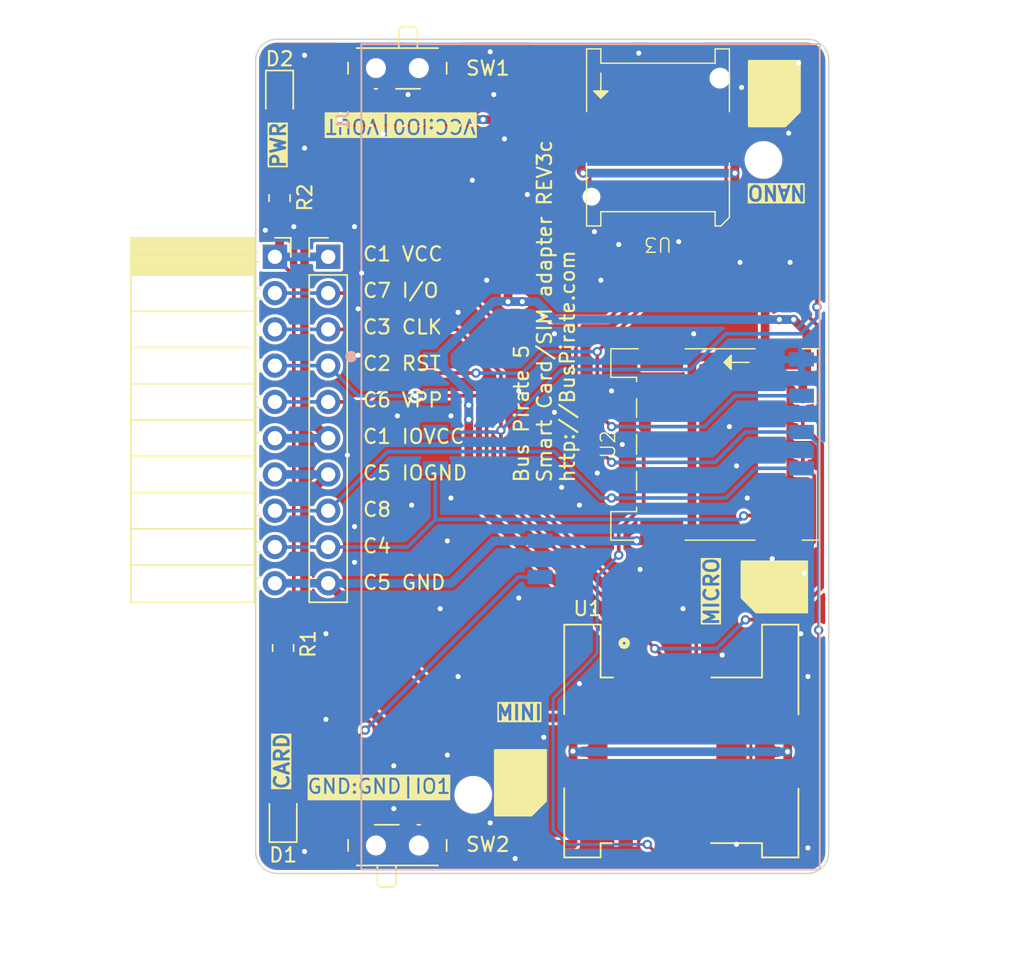
<source format=kicad_pcb>
(kicad_pcb (version 20221018) (generator pcbnew)
  (layers (0 "F.Cu" signal) (31 "B.Cu" signal) (34 "B.Paste" user) (35 "F.Paste" user) (36 "B.SilkS" user "B.Silkscreen") (37 "F.SilkS" user "F.Silkscreen") (38 "B.Mask" user) (39 "F.Mask" user) (44 "Edge.Cuts" user))
  (net 0 "")
  (net 1 "Net-(D1-K)")
  (net 2 "Net-(D1-A)")
  (net 3 "/VCC")
  (net 4 "/RST")
  (net 5 "/CLK")
  (net 6 "/C4")
  (net 7 "/SIM_GND")
  (net 8 "/VPP")
  (net 9 "/I{slash}O")
  (net 10 "/C8")
  (net 11 "GND")
  (net 12 "VOUT")
  (net 13 "Net-(D2-A)")
  (net 14 "VCC_PIN")
  (net 15 "GND_PIN")
  (footprint "LED_SMD:LED_0805_2012Metric" (layer "F.Cu") (at 102 125.66 90)
    (fp_text reference "D1" (at -2.59 0 180) (layer "F.SilkS"))
    (fp_text value "LED" hide)
    (pad "1" smd roundrect (at -0.9375 0 90) (size 0.975 1.4) (layers "F.Cu" "F.Paste" "F.Mask") (net 1 "Net-(D1-K)"))
    (pad "2" smd roundrect (at 0.9375 0 90) (size 0.975 1.4) (layers "F.Cu" "F.Paste" "F.Mask") (net 2 "Net-(D1-A)"))
  )
  (footprint "Connector_PinHeader_2.54mm:PinHeader_1x10_P2.54mm_Vertical" (layer "F.Cu") (at 105.156 86.36)
    (fp_text reference "J3" hide)
    (fp_text value "Conn_01x10" hide)
    (pad "1" thru_hole rect (at 0 0) (size 1.7 1.7) (drill 1) (layers "*.Cu" "*.Mask") (net 12 "VOUT"))
    (pad "2" thru_hole oval (at 0 2.54) (size 1.7 1.7) (drill 1) (layers "*.Cu" "*.Mask") (net 9 "/I{slash}O"))
    (pad "3" thru_hole oval (at 0 5.08) (size 1.7 1.7) (drill 1) (layers "*.Cu" "*.Mask") (net 5 "/CLK"))
    (pad "4" thru_hole oval (at 0 7.62) (size 1.7 1.7) (drill 1) (layers "*.Cu" "*.Mask") (net 4 "/RST"))
    (pad "5" thru_hole oval (at 0 10.16) (size 1.7 1.7) (drill 1) (layers "*.Cu" "*.Mask") (net 8 "/VPP"))
    (pad "6" thru_hole oval (at 0 12.7) (size 1.7 1.7) (drill 1) (layers "*.Cu" "*.Mask") (net 14 "VCC_PIN"))
    (pad "7" thru_hole oval (at 0 15.24) (size 1.7 1.7) (drill 1) (layers "*.Cu" "*.Mask") (net 15 "GND_PIN"))
    (pad "8" thru_hole oval (at 0 17.78) (size 1.7 1.7) (drill 1) (layers "*.Cu" "*.Mask") (net 10 "/C8"))
    (pad "9" thru_hole oval (at 0 20.32) (size 1.7 1.7) (drill 1) (layers "*.Cu" "*.Mask") (net 6 "/C4"))
    (pad "10" thru_hole oval (at 0 22.86) (size 1.7 1.7) (drill 1) (layers "*.Cu" "*.Mask") (net 11 "GND"))
  )
  (footprint "Resistor_SMD:R_0805_2012Metric" (layer "F.Cu") (at 102 113.75 -90)
    (fp_text reference "R1" (at -0.279603 -1.75338 90) (layer "F.SilkS"))
    (fp_text value "2K" hide)
    (pad "1" smd roundrect (at -0.9125 0 270) (size 1.025 1.4) (layers "F.Cu" "F.Paste" "F.Mask") (roundrect_rratio 0.243902439) (net 12 "VOUT"))
    (pad "2" smd roundrect (at 0.9125 0 270) (size 1.025 1.4) (layers "F.Cu" "F.Paste" "F.Mask") (roundrect_rratio 0.243902439) (net 2 "Net-(D1-A)"))
  )
  (footprint "Connector_PinSocket_2.54mm:PinSocket_1x10_P2.54mm_Horizontal" (layer "F.Cu") (at 101.428 86.36)
    (fp_text reference "J2" hide)
    (fp_text value "Conn_01x10" hide)
    (pad "1" thru_hole rect (at 0 0) (size 1.7 1.7) (drill 1) (layers "*.Cu" "*.Mask") (net 12 "VOUT"))
    (pad "2" thru_hole oval (at 0 2.54) (size 1.7 1.7) (drill 1) (layers "*.Cu" "*.Mask") (net 9 "/I{slash}O"))
    (pad "3" thru_hole oval (at 0 5.08) (size 1.7 1.7) (drill 1) (layers "*.Cu" "*.Mask") (net 5 "/CLK"))
    (pad "4" thru_hole oval (at 0 7.62) (size 1.7 1.7) (drill 1) (layers "*.Cu" "*.Mask") (net 4 "/RST"))
    (pad "5" thru_hole oval (at 0 10.16) (size 1.7 1.7) (drill 1) (layers "*.Cu" "*.Mask") (net 8 "/VPP"))
    (pad "6" thru_hole oval (at 0 12.7) (size 1.7 1.7) (drill 1) (layers "*.Cu" "*.Mask") (net 14 "VCC_PIN"))
    (pad "7" thru_hole oval (at 0 15.24) (size 1.7 1.7) (drill 1) (layers "*.Cu" "*.Mask") (net 15 "GND_PIN"))
    (pad "8" thru_hole oval (at 0 17.78) (size 1.7 1.7) (drill 1) (layers "*.Cu" "*.Mask") (net 10 "/C8"))
    (pad "9" thru_hole oval (at 0 20.32) (size 1.7 1.7) (drill 1) (layers "*.Cu" "*.Mask") (net 6 "/C4"))
    (pad "10" thru_hole oval (at 0 22.86) (size 1.7 1.7) (drill 1) (layers "*.Cu" "*.Mask") (net 11 "GND"))
  )
  (footprint "Button_Switch_SMD:SW_SPDT_PCM12" (layer "F.Cu") (at 110 73.475 180)
    (fp_text reference "SW1" (at -6.332 0.323) (layer "F.SilkS"))
    (fp_text value "SW_SPDT")
    (pad "" smd rect (at -3.65 -0.78 180) (size 1 0.8) (layers "F.Cu" "F.Paste" "F.Mask"))
    (pad "" smd rect (at -3.65 1.43 180) (size 1 0.8) (layers "F.Cu" "F.Paste" "F.Mask"))
    (pad "" np_thru_hole circle (at -1.5 0.33 180) (size 0.9 0.9) (drill 0.9) (layers "*.Cu" "*.Mask"))
    (pad "" np_thru_hole circle (at 1.5 0.33 180) (size 0.9 0.9) (drill 0.9) (layers "*.Cu" "*.Mask"))
    (pad "" smd rect (at 3.65 -0.78 180) (size 1 0.8) (layers "F.Cu" "F.Paste" "F.Mask"))
    (pad "" smd rect (at 3.65 1.43 180) (size 1 0.8) (layers "F.Cu" "F.Paste" "F.Mask"))
    (pad "1" smd rect (at -2.25 -1.43 180) (size 0.7 1.5) (layers "F.Cu" "F.Paste" "F.Mask") (net 14 "VCC_PIN"))
    (pad "2" smd rect (at 0.75 -1.43 180) (size 0.7 1.5) (layers "F.Cu" "F.Paste" "F.Mask") (net 3 "/VCC"))
    (pad "3" smd rect (at 2.25 -1.43 180) (size 0.7 1.5) (layers "F.Cu" "F.Paste" "F.Mask") (net 12 "VOUT"))
  )
  (footprint "SIM_CARDS:SIM-0030" (layer "F.Cu") (at 132.25 99.5 90)
    (fp_text reference "U2" (at 0 -7.5 90 unlocked) (layer "F.SilkS") (effects (font (thickness 0.1))))
    (fp_text value "SIM 8P")
    (pad "C1" smd roundrect (at 3.185 6.14 90) (size 0.4 1.05) (layers "F.Cu" "F.Paste" "F.Mask") (roundrect_rratio 0.1) (net 3 "/VCC"))
    (pad "C1" smd roundrect (at 4.435 6.14 90) (size 0.4 1.05) (layers "F.Cu" "F.Paste" "F.Mask") (roundrect_rratio 0.1) (net 3 "/VCC"))
    (pad "C2" smd roundrect (at 0.645 6.14 90) (size 0.4 1.05) (layers "F.Cu" "F.Paste" "F.Mask") (roundrect_rratio 0.1) (net 4 "/RST"))
    (pad "C2" smd roundrect (at 1.895 6.14 90) (size 0.4 1.05) (layers "F.Cu" "F.Paste" "F.Mask") (roundrect_rratio 0.1) (net 4 "/RST"))
    (pad "C3" smd roundrect (at -1.895 6.14 90) (size 0.4 1.05) (layers "F.Cu" "F.Paste" "F.Mask") (roundrect_rratio 0.1) (net 5 "/CLK"))
    (pad "C3" smd roundrect (at -0.645 6.14 90) (size 0.4 1.05) (layers "F.Cu" "F.Paste" "F.Mask") (roundrect_rratio 0.1) (net 5 "/CLK"))
    (pad "C4" smd roundrect (at -4.435 6.14 90) (size 0.4 1.05) (layers "F.Cu" "F.Paste" "F.Mask") (roundrect_rratio 0.1) (net 6 "/C4"))
    (pad "C4" smd roundrect (at -3.185 6.14 90) (size 0.4 1.05) (layers "F.Cu" "F.Paste" "F.Mask") (roundrect_rratio 0.1) (net 6 "/C4"))
    (pad "C5" smd roundrect (at 3.81 -6.14 90) (size 1 1.2) (layers "F.Cu" "F.Paste" "F.Mask") (roundrect_rratio 0.1) (net 7 "/SIM_GND"))
    (pad "C6" smd roundrect (at 1.27 -6.14 90) (size 1 1.2) (layers "F.Cu" "F.Paste" "F.Mask") (roundrect_rratio 0.1) (net 8 "/VPP"))
    (pad "C7" smd roundrect (at -1.27 -6.14 90) (size 1 1.2) (layers "F.Cu" "F.Paste" "F.Mask") (roundrect_rratio 0.1) (net 9 "/I{slash}O"))
    (pad "C8" smd roundrect (at -3.81 -6.14 90) (size 1 1.2) (layers "F.Cu" "F.Paste" "F.Mask") (roundrect_rratio 0.1) (net 10 "/C8"))
    (pad "SH" smd roundrect (at -6.125 -3.74 90) (size 1.75 3) (layers "F.Cu" "F.Paste" "F.Mask") (roundrect_rratio 0.1) (net 11 "GND"))
    (pad "SH" smd roundrect (at -6.125 4.46 90) (size 1.75 3) (layers "F.Cu" "F.Paste" "F.Mask") (roundrect_rratio 0.1) (net 11 "GND"))
    (pad "SH" smd roundrect (at 6.125 -3.74 90) (size 1.75 3) (layers "F.Cu" "F.Paste" "F.Mask") (roundrect_rratio 0.1) (net 11 "GND"))
    (pad "SH" smd roundrect (at 6.125 4.46 90) (size 1.75 3) (layers "F.Cu" "F.Paste" "F.Mask") (roundrect_rratio 0.1) (net 11 "GND"))
    (zone (net 0) (net_name "") (layer "F.Cu") (connect_pads (clearance 0)) (min_thickness 0.25)
      (keepout (tracks not_allowed) (vias not_allowed) (pads not_allowed) (copperpour not_allowed) (footprints allowed))
      (fill (thermal_gap 0.5) (thermal_bridge_width 0.5))
      (polygon (pts (xy 127.75 104) (xy 127.75 95) (xy 130 95) (xy 130 104)))
    )
    (zone (net 0) (net_name "") (layer "F.Cu") (connect_pads (clearance 0)) (min_thickness 0.25)
      (keepout (tracks not_allowed) (vias not_allowed) (pads not_allowed) (copperpour not_allowed) (footprints allowed))
      (fill (thermal_gap 0.5) (thermal_bridge_width 0.5))
      (polygon (pts (xy 135.25 104) (xy 135.25 95) (xy 137.25 95) (xy 137.25 104)))
    )
  )
  (footprint "SIM_CARDS:SIM-0036" (layer "F.Cu") (at 128.25 78 180)
    (fp_text reference "U3" (at 0 -7.5 180 unlocked) (layer "F.SilkS") (effects (font (thickness 0.1))))
    (fp_text value "SIM 6P")
    (pad "" np_thru_hole circle (at -4.34 4.15 180) (size 0.95 0.95) (drill 0.95) (layers "F&B.Cu" "*.Mask"))
    (pad "" np_thru_hole circle (at 4.66 -4.15 180) (size 0.75 0.75) (drill 0.75) (layers "F&B.Cu" "*.Mask"))
    (pad "C1" smd roundrect (at 2.54 5.97 180) (size 0.9 1) (layers "F.Cu" "F.Paste" "F.Mask") (roundrect_rratio 0.1) (net 3 "/VCC"))
    (pad "C2" smd roundrect (at 0 5.97 180) (size 0.9 1) (layers "F.Cu" "F.Paste" "F.Mask") (roundrect_rratio 0.1) (net 4 "/RST"))
    (pad "C3" smd roundrect (at -2.54 5.97 180) (size 0.9 1) (layers "F.Cu" "F.Paste" "F.Mask") (roundrect_rratio 0.1) (net 5 "/CLK"))
    (pad "C5" smd roundrect (at 2.54 -5.98 180) (size 0.9 1) (layers "F.Cu" "F.Paste" "F.Mask") (roundrect_rratio 0.1) (net 7 "/SIM_GND"))
    (pad "C6" smd roundrect (at 0 -5.98 180) (size 0.9 1) (layers "F.Cu" "F.Paste" "F.Mask") (roundrect_rratio 0.1) (net 8 "/VPP"))
    (pad "C7" smd roundrect (at -2.54 -5.98 180) (size 0.9 1) (layers "F.Cu" "F.Paste" "F.Mask") (roundrect_rratio 0.1) (net 9 "/I{slash}O"))
    (pad "SH" smd roundrect (at -5.385 0 180) (size 1 3.29) (layers "F.Cu" "F.Paste" "F.Mask") (roundrect_rratio 0.1) (net 11 "GND"))
    (pad "SH" smd roundrect (at 5.385 0 180) (size 1 3.29) (layers "F.Cu" "F.Paste" "F.Mask") (roundrect_rratio 0.1) (net 11 "GND"))
  )
  (footprint "Button_Switch_SMD:SW_SPDT_PCM12" (layer "F.Cu") (at 110 127.25)
    (fp_text reference "SW2" (at 6.332 0.258) (layer "F.SilkS"))
    (fp_text value "SW_SPDT")
    (pad "" smd rect (at -3.65 -0.78) (size 1 0.8) (layers "F.Cu" "F.Paste" "F.Mask"))
    (pad "" smd rect (at -3.65 1.43) (size 1 0.8) (layers "F.Cu" "F.Paste" "F.Mask"))
    (pad "" np_thru_hole circle (at -1.5 0.33) (size 0.9 0.9) (drill 0.9) (layers "*.Cu" "*.Mask"))
    (pad "" np_thru_hole circle (at 1.5 0.33) (size 0.9 0.9) (drill 0.9) (layers "*.Cu" "*.Mask"))
    (pad "" smd rect (at 3.65 -0.78) (size 1 0.8) (layers "F.Cu" "F.Paste" "F.Mask"))
    (pad "" smd rect (at 3.65 1.43) (size 1 0.8) (layers "F.Cu" "F.Paste" "F.Mask"))
    (pad "1" smd rect (at -2.25 -1.43) (size 0.7 1.5) (layers "F.Cu" "F.Paste" "F.Mask") (net 11 "GND"))
    (pad "2" smd rect (at 0.75 -1.43) (size 0.7 1.5) (layers "F.Cu" "F.Paste" "F.Mask") (net 7 "/SIM_GND"))
    (pad "3" smd rect (at 2.25 -1.43) (size 0.7 1.5) (layers "F.Cu" "F.Paste" "F.Mask") (net 15 "GND_PIN"))
  )
  (footprint "footprints2:DGLZ-SIM-0004" (layer "F.Cu") (at 129.724 120.976)
    (fp_text reference "U1" (at -6.4 -9.98 180) (layer "F.SilkS"))
    (fp_text value "SIM 6P")
    (pad "C1" smd rect (at -3.74 -5.66 180) (size 1 1.5) (layers "F.Cu" "F.Paste" "F.Mask") (net 3 "/VCC"))
    (pad "C2" smd rect (at -1.2 -5.66 180) (size 1 1.5) (layers "F.Cu" "F.Paste" "F.Mask") (net 4 "/RST"))
    (pad "C3" smd rect (at 1.34 -5.66 180) (size 1 1.5) (layers "F.Cu" "F.Paste" "F.Mask") (net 5 "/CLK"))
    (pad "C5" smd rect (at -3.74 6.94 180) (size 1 1.5) (layers "F.Cu" "F.Paste" "F.Mask") (net 7 "/SIM_GND"))
    (pad "C6" smd rect (at -1.2 6.94 180) (size 1 1.5) (layers "F.Cu" "F.Paste" "F.Mask") (net 8 "/VPP"))
    (pad "C7" smd rect (at 1.34 6.94 180) (size 1 1.5) (layers "F.Cu" "F.Paste" "F.Mask") (net 9 "/I{slash}O"))
    (pad "SH" smd rect (at -7.29 -1.31 180) (size 1.5 1.6) (layers "F.Cu" "F.Paste" "F.Mask") (net 11 "GND"))
    (pad "SH" smd rect (at -7.29 1.39 180) (size 1.5 1.6) (layers "F.Cu" "F.Paste" "F.Mask") (net 11 "GND"))
    (pad "SH" smd rect (at 7.61 -1.31 180) (size 1.5 1.6) (layers "F.Cu" "F.Paste" "F.Mask") (net 11 "GND"))
    (pad "SH" smd rect (at 7.61 1.39 180) (size 1.5 1.6) (layers "F.Cu" "F.Paste" "F.Mask") (net 11 "GND"))
    (zone (net 0) (net_name "") (layer "F.Cu") (connect_pads (clearance 0)) (min_thickness 0.127)
      (keepout (tracks not_allowed) (vias not_allowed) (pads not_allowed) (copperpour not_allowed) (footprints allowed))
      (fill (thermal_gap 0.508) (thermal_bridge_width 0.508))
      (polygon (pts (xy 126.484 117.816) (xy 125.484 117.816) (xy 125.484 116.616) (xy 126.484 116.616)))
    )
    (zone (net 0) (net_name "") (layer "F.Cu") (connect_pads (clearance 0)) (min_thickness 0.127)
      (keepout (tracks not_allowed) (vias not_allowed) (pads not_allowed) (copperpour not_allowed) (footprints allowed))
      (fill (thermal_gap 0.508) (thermal_bridge_width 0.508))
      (polygon (pts (xy 126.484 126.616) (xy 125.484 126.616) (xy 125.484 125.416) (xy 126.484 125.416)))
    )
    (zone (net 0) (net_name "") (layer "F.Cu") (connect_pads (clearance 0)) (min_thickness 0.127)
      (keepout (tracks not_allowed) (vias not_allowed) (pads not_allowed) (copperpour not_allowed) (footprints allowed))
      (fill (thermal_gap 0.508) (thermal_bridge_width 0.508))
      (polygon (pts (xy 129.024 117.816) (xy 128.024 117.816) (xy 128.024 116.616) (xy 129.024 116.616)))
    )
    (zone (net 0) (net_name "") (layer "F.Cu") (connect_pads (clearance 0)) (min_thickness 0.127)
      (keepout (tracks not_allowed) (vias not_allowed) (pads not_allowed) (copperpour not_allowed) (footprints allowed))
      (fill (thermal_gap 0.508) (thermal_bridge_width 0.508))
      (polygon (pts (xy 129.024 126.616) (xy 128.024 126.616) (xy 128.024 125.416) (xy 129.024 125.416)))
    )
    (zone (net 0) (net_name "") (layer "F.Cu") (connect_pads (clearance 0)) (min_thickness 0.127)
      (keepout (tracks not_allowed) (vias not_allowed) (pads not_allowed) (copperpour not_allowed) (footprints allowed))
      (fill (thermal_gap 0.508) (thermal_bridge_width 0.508))
      (polygon (pts (xy 131.564 117.816) (xy 130.564 117.816) (xy 130.564 116.616) (xy 131.564 116.616)))
    )
    (zone (net 0) (net_name "") (layer "F.Cu") (connect_pads (clearance 0)) (min_thickness 0.127)
      (keepout (tracks not_allowed) (vias not_allowed) (pads not_allowed) (copperpour not_allowed) (footprints allowed))
      (fill (thermal_gap 0.508) (thermal_bridge_width 0.508))
      (polygon (pts (xy 131.564 126.616) (xy 130.564 126.616) (xy 130.564 125.416) (xy 131.564 125.416)))
    )
  )
  (footprint "Resistor_SMD:R_0805_2012Metric" (layer "F.Cu") (at 101.75 82.25 90)
    (fp_text reference "R2" (at 0.044388 1.777268 90) (layer "F.SilkS"))
    (fp_text value "2K" hide)
    (pad "1" smd roundrect (at -0.9125 0 90) (size 1.025 1.4) (layers "F.Cu" "F.Paste" "F.Mask") (roundrect_rratio 0.243902439) (net 12 "VOUT"))
    (pad "2" smd roundrect (at 0.9125 0 90) (size 1.025 1.4) (layers "F.Cu" "F.Paste" "F.Mask") (roundrect_rratio 0.243902439) (net 13 "Net-(D2-A)"))
  )
  (footprint "LED_SMD:LED_0805_2012Metric" (layer "F.Cu") (at 101.75 75 -90)
    (fp_text reference "D2" (at -2.5 0 -180) (layer "F.SilkS"))
    (fp_text value "LED" hide)
    (pad "1" smd roundrect (at -0.9375 0 270) (size 0.975 1.4) (layers "F.Cu" "F.Paste" "F.Mask") (net 11 "GND"))
    (pad "2" smd roundrect (at 0.9375 0 270) (size 0.975 1.4) (layers "F.Cu" "F.Paste" "F.Mask") (net 13 "Net-(D2-A)"))
  )
  (footprint "footprints:TE_5145300-3" (layer "B.Cu") (at 123.526 100.368 -90)
    (fp_text reference "J1" (at -23.584 17.354 90) (layer "B.SilkS") (effects (font (size 0.800244 0.800244)) (justify mirror)))
    (fp_text value "5145300-3")
    (pad "" np_thru_hole circle (at -20.79 -12.11 270) (size 2.15 2.15) (drill 2.15) (layers "*.Cu" "*.Mask"))
    (pad "" np_thru_hole circle (at 23.66 8.21 270) (size 2.15 2.15) (drill 2.15) (layers "*.Cu" "*.Mask"))
    (pad "C1" smd rect (at -6.82 10.87 180) (size 1.75 1) (layers "B.Cu" "B.Paste" "B.Mask") (net 3 "/VCC"))
    (pad "C2" smd rect (at -4.28 10.87 180) (size 1.75 1) (layers "B.Cu" "B.Paste" "B.Mask") (net 4 "/RST"))
    (pad "C3" smd rect (at -1.74 10.87 180) (size 1.75 1) (layers "B.Cu" "B.Paste" "B.Mask") (net 5 "/CLK"))
    (pad "C4" smd rect (at 0.8 10.87 180) (size 1.75 1) (layers "B.Cu" "B.Paste" "B.Mask") (net 6 "/C4"))
    (pad "C5" smd rect (at -6.82 -14.77 180) (size 1.75 1) (layers "B.Cu" "B.Paste" "B.Mask") (net 7 "/SIM_GND"))
    (pad "C6" smd rect (at -4.28 -14.77 180) (size 1.75 1) (layers "B.Cu" "B.Paste" "B.Mask") (net 8 "/VPP"))
    (pad "C7" smd rect (at -1.74 -14.77 180) (size 1.75 1) (layers "B.Cu" "B.Paste" "B.Mask") (net 9 "/I{slash}O"))
    (pad "C8" smd rect (at 0.8 -14.77 180) (size 1.75 1) (layers "B.Cu" "B.Paste" "B.Mask") (net 10 "/C8"))
    (pad "SW1" smd rect (at 5.88 3.54 180) (size 1.75 1) (layers "B.Cu" "B.Paste" "B.Mask") (net 11 "GND"))
    (pad "SW2" smd rect (at 8.42 3.54 180) (size 1.75 1) (layers "B.Cu" "B.Paste" "B.Mask") (net 1 "Net-(D1-K)"))
  )
  (gr_poly (pts (xy 137.16 77.216) (xy 138.176 76.2) (xy 138.176 72.644) (xy 134.62 72.644) (xy 134.62 77.216)) (stroke (width 0.15)) (fill solid) (layer "F.SilkS"))
  (gr_poly (pts (xy 134.112 110.236) (xy 135.128 111.252) (xy 138.684 111.252) (xy 138.684 107.696) (xy 134.112 107.696)) (stroke (width 0.15)) (fill solid) (layer "F.SilkS"))
  (gr_poly (pts (xy 119.38 125.476) (xy 120.396 124.46) (xy 120.396 120.904) (xy 116.84 120.904) (xy 116.84 125.476)) (stroke (width 0.15)) (fill solid) (layer "F.SilkS"))
  (gr_line (start 100.076 72.610326) (end 100.076 128.014755) (stroke (width 0.1)) (layer "Edge.Cuts"))
  (gr_line (start 140.21 72.643991) (end 140.21 128.050054) (stroke (width 0.1)) (layer "Edge.Cuts"))
  (gr_arc (start 140.21038 128.050054) (mid 139.761911 129.115717) (end 138.686389 129.54) (stroke (width 0.1)) (layer "Edge.Cuts"))
  (gr_arc (start 101.598846 129.538755) (mid 100.521236 129.09238) (end 100.074846 128.014755) (stroke (width 0.1)) (layer "Edge.Cuts"))
  (gr_arc (start 138.720054 71.12038) (mid 139.785717 71.568849) (end 140.21 72.644371) (stroke (width 0.1)) (layer "Edge.Cuts"))
  (gr_line (start 101.599991 71.12038) (end 138.720054 71.12038) (stroke (width 0.1)) (layer "Edge.Cuts"))
  (gr_line (start 138.686389 129.54) (end 101.598846 129.54) (stroke (width 0.1)) (layer "Edge.Cuts"))
  (gr_arc (start 100.076 72.610326) (mid 100.524477 71.54467) (end 101.599991 71.12038) (stroke (width 0.1)) (layer "Edge.Cuts"))
  (gr_text "C4" (at 107.5 107.19444) (layer "F.SilkS") (effects (font (size 1 1)) (justify left bottom)))
  (gr_text "C2 RST" (at 107.5 94.416665) (layer "F.SilkS") (effects (font (size 1 1)) (justify left bottom)))
  (gr_text "C3 CLK" (at 107.5 91.86111) (layer "F.SilkS") (effects (font (size 1 1)) (justify left bottom)))
  (gr_text "MINI" (at 116.84 118.872) (layer "F.SilkS" knockout) (effects (font (size 1 1) (thickness 0.2) bold) (justify left bottom)))
  (gr_text "MICRO" (at 132.588 112.268 90) (layer "F.SilkS" knockout) (effects (font (size 1 1) (thickness 0.2) bold) (justify left bottom)))
  (gr_text "PWR" (at 102.25 80.25 90) (layer "F.SilkS" knockout) (effects (font (size 1 1) (thickness 0.2) bold) (justify left bottom)))
  (gr_text "C5 GND" (at 107.5 109.75) (layer "F.SilkS") (effects (font (size 1 1)) (justify left bottom)))
  (gr_text "C8" (at 107.5 104.638885) (layer "F.SilkS") (effects (font (size 1 1)) (justify left bottom)))
  (gr_text "C1 VCC" (at 107.5 86.75) (layer "F.SilkS") (effects (font (size 1 1)) (justify left bottom)))
  (gr_text "Bus Pirate 5\nSmart Card/SIM adapter REV3c\nhttp://BusPirate.com" (at 122.5 102.25 90) (layer "F.SilkS") (effects (font (size 1 1)) (justify left bottom)))
  (gr_text "C7 I/O" (at 107.5 89.305555) (layer "F.SilkS") (effects (font (size 1 1)) (justify left bottom)))
  (gr_text "GND:GND|IO1" (at 108.712 123.444) (layer "F.SilkS" knockout) (effects (font (size 1 1))))
  (gr_text "VCC:IO0|VOUT" (at 110.236 77.216 180) (layer "F.SilkS" knockout) (effects (font (size 1 1))))
  (gr_text "C1 IOVCC" (at 107.5 99.527775) (layer "F.SilkS") (effects (font (size 1 1)) (justify left bottom)))
  (gr_text "C5 IOGND" (at 107.5 102.08333) (layer "F.SilkS") (effects (font (size 1 1)) (justify left bottom)))
  (gr_text "C6 VPP" (at 107.5 96.97222) (layer "F.SilkS") (effects (font (size 1 1)) (justify left bottom)))
  (gr_text "NANO" (at 138.684 81.28 180) (layer "F.SilkS" knockout) (effects (font (size 1 1) (thickness 0.2) bold) (justify left bottom)))
  (gr_text "CARD" (at 102.5 123.75 90) (layer "F.SilkS" knockout) (effects (font (size 1 1) (thickness 0.2) bold) (justify left bottom)))
  (segment (start 104 123.25) (end 107.75 119.5) (width 0.2032) (layer "F.Cu") (net 1))
  (segment (start 104 125.5) (end 104 123.25) (width 0.2032) (layer "F.Cu") (net 1))
  (segment (start 102.9025 126.5975) (end 104 125.5) (width 0.2032) (layer "F.Cu") (net 1))
  (segment (start 102 126.5975) (end 102.9025 126.5975) (width 0.2032) (layer "F.Cu") (net 1))
  (via (at 107.75 119.5) (size 0.6548) (drill 0.35) (layers "F.Cu" "B.Cu") (net 1))
  (segment (start 118.462 108.788) (end 119.986 108.788) (width 0.254) (layer "B.Cu") (net 1))
  (segment (start 107.75 119.5) (end 118.462 108.788) (width 0.254) (layer "B.Cu") (net 1))
  (segment (start 102 114.6625) (end 102 124.7225) (width 0.254) (layer "F.Cu") (net 2))
  (segment (start 115 103) (end 125.85 113.85) (width 0.6096) (layer "F.Cu") (net 3))
  (segment (start 119.72 72.03) (end 125.71 72.03) (width 0.6096) (layer "F.Cu") (net 3))
  (segment (start 109.25 74.25) (end 110 73.5) (width 0.6096) (layer "F.Cu") (net 3))
  (segment (start 113 73.25) (end 114.75 73.25) (width 0.6096) (layer "F.Cu") (net 3))
  (segment (start 117.75 89.5) (end 117.75 80.75) (width 0.6096) (layer "F.Cu") (net 3))
  (segment (start 112.5048 72.728798) (end 112.5048 72.7548) (width 0.6096) (layer "F.Cu") (net 3))
  (segment (start 138.39 95.065) (end 138.39 96.315) (width 0.6096) (layer "F.Cu") (net 3))
  (segment (start 125.85 115.618) (end 125.984 115.752) (width 0.6096) (layer "F.Cu") (net 3))
  (segment (start 115 97.75) (end 115 96.75) (width 0.6096) (layer "F.Cu") (net 3))
  (segment (start 138.6648 91.6648) (end 138.6648 94.7902) (width 0.6096) (layer "F.Cu") (net 3))
  (segment (start 137.75 90.75) (end 136.75 90.75) (width 0.6096) (layer "F.Cu") (net 3))
  (segment (start 115 97.75) (end 115 103) (width 0.6096) (layer "F.Cu") (net 3))
  (segment (start 117.75 89.5) (end 117.727 89.477) (width 0.6096) (layer "F.Cu") (net 3))
  (segment (start 111.776002 72) (end 112.5048 72.728798) (width 0.6096) (layer "F.Cu") (net 3))
  (segment (start 110.75 72) (end 111.776002 72) (width 0.6096) (layer "F.Cu") (net 3))
  (segment (start 114.75 77.75) (end 114.75 73.25) (width 0.6096) (layer "F.Cu") (net 3))
  (segment (start 138.6648 94.7902) (end 138.39 95.065) (width 0.6096) (layer "F.Cu") (net 3))
  (segment (start 109.25 74.905) (end 109.25 74.25) (width 0.6096) (layer "F.Cu") (net 3))
  (segment (start 114.75 73.25) (end 118.5 73.25) (width 0.6096) (layer "F.Cu") (net 3))
  (segment (start 117.75 89.5) (end 118.75 89.5) (width 0.6096) (layer "F.Cu") (net 3))
  (segment (start 125.85 113.85) (end 125.85 115.618) (width 0.6096) (layer "F.Cu") (net 3))
  (segment (start 137.75 90.75) (end 138.6648 91.6648) (width 0.6096) (layer "F.Cu") (net 3))
  (segment (start 110 73.5) (end 110 72.75) (width 0.6096) (layer "F.Cu") (net 3))
  (segment (start 117.75 80.75) (end 114.75 77.75) (width 0.6096) (layer "F.Cu") (net 3))
  (segment (start 118.5 73.25) (end 119.72 72.03) (width 0.6096) (layer "F.Cu") (net 3))
  (segment (start 110 72.75) (end 110.75 72) (width 0.6096) (layer "F.Cu") (net 3))
  (segment (start 112.5048 72.7548) (end 113 73.25) (width 0.6096) (layer "F.Cu") (net 3))
  (via (at 136.75 90.75) (size 0.6548) (drill 0.35) (layers "F.Cu" "B.Cu") (net 3))
  (via (at 118.75 89.5) (size 0.6548) (drill 0.35) (layers "F.Cu" "B.Cu") (net 3))
  (via (at 117.75 89.5) (size 0.6548) (drill 0.35) (layers "F.Cu" "B.Cu") (net 3))
  (via (at 115 97.75) (size 0.6548) (drill 0.35) (layers "F.Cu" "B.Cu") (net 3))
  (via (at 137.75 90.75) (size 0.6548) (drill 0.35) (layers "F.Cu" "B.Cu") (net 3))
  (via (at 115 96.75) (size 0.6548) (drill 0.35) (layers "F.Cu" "B.Cu") (net 3))
  (segment (start 117.75 89.5) (end 118.75 89.5) (width 0.6096) (layer "B.Cu") (net 3))
  (segment (start 115 96.75) (end 115 95.892) (width 0.6096) (layer "B.Cu") (net 3))
  (segment (start 116.727 89.477) (end 117.727 89.477) (width 0.6096) (layer "B.Cu") (net 3))
  (segment (start 119.75 89.5) (end 118.75 89.5) (width 0.6096) (layer "B.Cu") (net 3))
  (segment (start 117.727 89.477) (end 117.75 89.5) (width 0.6096) (layer "B.Cu") (net 3))
  (segment (start 137.75 90.75) (end 136.75 90.75) (width 0.6096) (layer "B.Cu") (net 3))
  (segment (start 115 97.75) (end 115 96.75) (width 0.6096) (layer "B.Cu") (net 3))
  (segment (start 115 95.892) (end 112.656 93.548) (width 0.6096) (layer "B.Cu") (net 3))
  (segment (start 116.727 89.477) (end 112.656 93.548) (width 0.6096) (layer "B.Cu") (net 3))
  (segment (start 121 90.75) (end 119.75 89.5) (width 0.6096) (layer "B.Cu") (net 3))
  (segment (start 136.75 90.75) (end 121 90.75) (width 0.6096) (layer "B.Cu") (net 3))
  (segment (start 128.39 114.14) (end 128.39 115.618) (width 0.254) (layer "F.Cu") (net 4))
  (segment (start 128.016 113.792) (end 128.042 113.792) (width 0.254) (layer "F.Cu") (net 4))
  (segment (start 137.49 111.76) (end 134.396632 111.76) (width 0.254) (layer "F.Cu") (net 4))
  (segment (start 139.497 91.25) (end 139.497 97.003) (width 0.254) (layer "F.Cu") (net 4))
  (segment (start 116.25 96.75) (end 116.25 102) (width 0.254) (layer "F.Cu") (net 4))
  (segment (start 138.39 98.855) (end 139.105 98.855) (width 0.254) (layer "F.Cu") (net 4))
  (segment (start 138.895 97.605) (end 138.39 97.605) (width 0.254) (layer "F.Cu") (net 4))
  (segment (start 129.12 72.9) (end 134.4 72.9) (width 0.254) (layer "F.Cu") (net 4))
  (segment (start 128.25 72.03) (end 129.12 72.9) (width 0.254) (layer "F.Cu") (net 4))
  (segment (start 128.042 113.792) (end 128.39 114.14) (width 0.254) (layer "F.Cu") (net 4))
  (segment (start 128.016 113.766) (end 128.016 113.792) (width 0.254) (layer "F.Cu") (net 4))
  (segment (start 116.25 102) (end 128.016 113.766) (width 0.254) (layer "F.Cu") (net 4))
  (segment (start 139.75 109.5) (end 137.49 111.76) (width 0.254) (layer "F.Cu") (net 4))
  (segment (start 139.105 98.855) (end 139.75 99.5) (width 0.254) (layer "F.Cu") (net 4))
  (segment (start 139.75 99.5) (end 139.75 109.5) (width 0.254) (layer "F.Cu") (net 4))
  (segment (start 115.588 96.088) (end 116.25 96.75) (width 0.254) (layer "F.Cu") (net 4))
  (segment (start 138.662 77.162) (end 138.662 90.415) (width 0.254) (layer "F.Cu") (net 4))
  (segment (start 139.497 97.003) (end 138.895 97.605) (width 0.254) (layer "F.Cu") (net 4))
  (segment (start 128.39 115.618) (end 128.524 115.752) (width 0.254) (layer "F.Cu") (net 4))
  (segment (start 138.662 90.415) (end 139.497 91.25) (width 0.254) (layer "F.Cu") (net 4))
  (segment (start 111.25 96.088) (end 115.588 96.088) (width 0.254) (layer "F.Cu") (net 4))
  (segment (start 134.396632 111.76) (end 134.37684 111.779792) (width 0.254) (layer "F.Cu") (net 4))
  (segment (start 134.4 72.9) (end 138.662 77.162) (width 0.254) (layer "F.Cu") (net 4))
  (segment (start 138.39 97.605) (end 138.39 98.855) (width 0.254) (layer "F.Cu") (net 4))
  (via (at 111.25 96.088) (size 0.6548) (drill 0.35) (layers "F.Cu" "B.Cu") (net 4))
  (via (at 128.016 113.792) (size 0.6548) (drill 0.35) (layers "F.Cu" "B.Cu") (net 4))
  (via (at 134.37684 111.779792) (size 0.6548) (drill 0.35) (layers "F.Cu" "B.Cu") (net 4))
  (segment (start 107.264 96.088) (end 105.156 93.98) (width 0.254) (layer "B.Cu") (net 4))
  (segment (start 134.365457 111.779792) (end 134.37684 111.779792) (width 0.254) (layer "B.Cu") (net 4))
  (segment (start 111.25 96.088) (end 107.264 96.088) (width 0.254) (layer "B.Cu") (net 4))
  (segment (start 112.656 96.088) (end 111.25 96.088) (width 0.254) (layer "B.Cu") (net 4))
  (segment (start 134.37684 111.779792) (end 134.37684 111.768409) (width 0.254) (layer "B.Cu") (net 4))
  (segment (start 132.353249 113.792) (end 134.365457 111.779792) (width 0.254) (layer "B.Cu") (net 4))
  (segment (start 101.428 93.98) (end 105.156 93.98) (width 0.254) (layer "B.Cu") (net 4))
  (segment (start 128.016 113.792) (end 132.353249 113.792) (width 0.254) (layer "B.Cu") (net 4))
  (segment (start 130.79 72.03) (end 134.78 72.03) (width 0.254) (layer "F.Cu") (net 5))
  (segment (start 117.25 98.506) (end 117.25 101.25) (width 0.254) (layer "F.Cu") (net 5))
  (segment (start 117.25 94.5) (end 114.19 91.44) (width 0.254) (layer "F.Cu") (net 5))
  (segment (start 114.19 91.44) (end 105.156 91.44) (width 0.254) (layer "F.Cu") (net 5))
  (segment (start 135.18 110.32) (end 139.192 106.308) (width 0.254) (layer "F.Cu") (net 5))
  (segment (start 138.895 101.395) (end 138.39 101.395) (width 0.254) (layer "F.Cu") (net 5))
  (segment (start 139.192 106.308) (end 139.192 101.692) (width 0.254) (layer "F.Cu") (net 5))
  (segment (start 134.78 72.03) (end 139.375 76.625) (width 0.254) (layer "F.Cu") (net 5))
  (segment (start 117.25 98.506) (end 117.25 94.5) (width 0.254) (layer "F.Cu") (net 5))
  (segment (start 139.192 101.692) (end 138.895 101.395) (width 0.254) (layer "F.Cu") (net 5))
  (segment (start 130.93 110.32) (end 130.93 115.69) (width 0.254) (layer "F.Cu") (net 5))
  (segment (start 138.39 100.145) (end 138.39 101.395) (width 0.254) (layer "F.Cu") (net 5))
  (segment (start 126.32 110.32) (end 130.93 110.32) (width 0.254) (layer "F.Cu") (net 5))
  (segment (start 130.93 110.32) (end 135.18 110.32) (width 0.254) (layer "F.Cu") (net 5))
  (segment (start 130.93 115.69) (end 131.064 115.824) (width 0.254) (layer "F.Cu") (net 5))
  (segment (start 139.375 76.625) (end 139.375 89.875) (width 0.254) (layer "F.Cu") (net 5))
  (segment (start 117.25 101.25) (end 126.32 110.32) (width 0.254) (layer "F.Cu") (net 5))
  (via (at 117.25 98.506) (size 0.6548) (drill 0.35) (layers "F.Cu" "B.Cu") (net 5))
  (via (at 139.375 89.875) (size 0.6548) (drill 0.35) (layers "F.Cu" "B.Cu") (net 5))
  (segment (start 130.5 94.25) (end 121.506 94.25) (width 0.254) (layer "B.Cu") (net 5))
  (segment (start 117.128 98.628) (end 117.25 98.506) (width 0.254) (layer "B.Cu") (net 5))
  (segment (start 138.25 91.75) (end 133 91.75) (width 0.254) (layer "B.Cu") (net 5))
  (segment (start 101.428 91.44) (end 105.156 91.44) (width 0.254) (layer "B.Cu") (net 5))
  (segment (start 112.656 98.628) (end 117.128 98.628) (width 0.254) (layer "B.Cu") (net 5))
  (segment (start 139.375 90.625) (end 138.25 91.75) (width 0.254) (layer "B.Cu") (net 5))
  (segment (start 133 91.75) (end 130.5 94.25) (width 0.254) (layer "B.Cu") (net 5))
  (segment (start 121.506 94.25) (end 117.25 98.506) (width 0.254) (layer "B.Cu") (net 5))
  (segment (start 139.375 89.875) (end 139.375 90.625) (width 0.254) (layer "B.Cu") (net 5))
  (segment (start 138.39 102.685) (end 138.39 103.935) (width 0.254) (layer "F.Cu") (net 6))
  (segment (start 138.065 103.935) (end 138.39 103.935) (width 0.254) (layer "F.Cu") (net 6))
  (segment (start 134.277 104.473) (end 137.527 104.473) (width 0.254) (layer "F.Cu") (net 6))
  (segment (start 134.25 104.5) (end 134.277 104.473) (width 0.254) (layer "F.Cu") (net 6))
  (segment (start 137.527 104.473) (end 138.065 103.935) (width 0.254) (layer "F.Cu") (net 6))
  (via (at 134.25 104.5) (size 0.6548) (drill 0.35) (layers "F.Cu" "B.Cu") (net 6))
  (segment (start 134.25 104.5) (end 134 104.75) (width 0.254) (layer "B.Cu") (net 6))
  (segment (start 110.726 106.68) (end 105.156 106.68) (width 0.254) (layer "B.Cu") (net 6))
  (segment (start 101.428 106.68) (end 105.156 106.68) (width 0.254) (layer "B.Cu") (net 6))
  (segment (start 134 104.75) (end 112.656 104.75) (width 0.254) (layer "B.Cu") (net 6))
  (segment (start 112.656 101.168) (end 112.656 104.75) (width 0.254) (layer "B.Cu") (net 6))
  (segment (start 112.656 104.75) (end 110.726 106.68) (width 0.254) (layer "B.Cu") (net 6))
  (segment (start 125.06 95.69) (end 125 95.75) (width 0.254) (layer "F.Cu") (net 7))
  (segment (start 126.11 95.69) (end 125.06 95.69) (width 0.254) (layer "F.Cu") (net 7))
  (via (at 105 112.75) (size 0.6548) (drill 0.35) (layers "F.Cu" "B.Cu") (net 7))
  (via (at 107.25 90) (size 0.6548) (drill 0.35) (layers "F.Cu" "B.Cu") (net 7))
  (via (at 107 84.25) (size 0.6548) (drill 0.35) (layers "F.Cu" "B.Cu") (net 7))
  (via (at 113.75 103.25) (size 0.6548) (drill 0.35) (layers "F.Cu" "B.Cu") (net 7))
  (via (at 124.25 88) (size 0.6548) (drill 0.35) (layers "F.Cu" "B.Cu") (net 7))
  (via (at 124 101.5) (size 0.6548) (drill 0.35) (layers "F.Cu" "B.Cu") (net 7))
  (via (at 137.5 86.75) (size 0.6548) (drill 0.35) (layers "F.Cu" "B.Cu") (net 7))
  (via (at 109 77.75) (size 0.6548) (drill 0.35) (layers "F.Cu" "B.Cu") (net 7))
  (via (at 113.5 106.25) (size 0.6548) (drill 0.35) (layers "F.Cu" "B.Cu") (net 7))
  (via (at 121 97.25) (size 0.6548) (drill 0.35) (layers "F.Cu" "B.Cu") (net 7))
  (via (at 110.75 75) (size 0.6548) (drill 0.35) (layers "F.Cu" "B.Cu") (net 7))
  (via (at 138.25 112.75) (size 0.6548) (drill 0.35) (layers "F.Cu" "B.Cu") (net 7))
  (via (at 127 108.25) (size 0.6548) (drill 0.35) (layers "F.Cu" "B.Cu") (net 7))
  (via (at 103.5 72.25) (size 0.6548) (drill 0.35) (layers "F.Cu" "B.Cu") (net 7))
  (via (at 134.1 74.5) (size 0.6548) (drill 0.35) (layers "F.Cu" "B.Cu") (net 7))
  (via (at 122.75 103.75) (size 0.6548) (drill 0.35) (layers "F.Cu" "B.Cu") (net 7))
  (via (at 129.7 85.3) (size 0.6548) (drill 0.35) (layers "F.Cu" "B.Cu") (net 7))
  (via (at 138.1 72.8) (size 0.6548) (drill 0.35) (layers "F.Cu" "B.Cu") (net 7))
  (via (at 106.5 100.25) (size 0.6548) (drill 0.35) (layers "F.Cu" "B.Cu") (net 7))
  (via (at 125.5 85.5) (size 0.6548) (drill 0.35) (layers "F.Cu" "B.Cu") (net 7))
  (via (at 111 103.75) (size 0.6548) (drill 0.35) (layers "F.Cu" "B.Cu") (net 7))
  (via (at 120.25 120) (size 0.6548) (drill 0.35) (layers "F.Cu" "B.Cu") (net 7))
  (via (at 117.5 78.1) (size 0.6548) (drill 0.35) (layers "F.Cu" "B.Cu") (net 7))
  (via (at 138.75 115.75) (size 0.6548) (drill 0.35) (layers "F.Cu" "B.Cu") (net 7))
  (via (at 116.75 75) (size 0.6548) (drill 0.35) (layers "F.Cu" "B.Cu") (net 7))
  (via (at 130 111) (size 0.6548) (drill 0.35) (layers "F.Cu" "B.Cu") (net 7))
  (via (at 100.75 84.5) (size 0.6548) (drill 0.35) (layers "F.Cu" "B.Cu") (net 7))
  (via (at 110 97.5) (size 0.6548) (drill 0.35) (layers "F.Cu" "B.Cu") (net 7))
  (via (at 107.5 87.5) (size 0.6548) (drill 0.35) (layers "F.Cu" "B.Cu") (net 7))
  (via (at 116.25 88) (size 0.6548) (drill 0.35) (layers "F.Cu" "B.Cu") (net 7))
  (via (at 122.75 116.25) (size 0.6548) (drill 0.35) (layers "F.Cu" "B.Cu") (net 7))
  (via (at 105 118.75) (size 0.6548) (drill 0.35) (layers "F.Cu" "B.Cu") (net 7))
  (via (at 114.25 90.25) (size 0.6548) (drill 0.35) (layers "F.Cu" "B.Cu") (net 7))
  (via (at 109.75 122) (size 0.6548) (drill 0.35) (layers "F.Cu" "B.Cu") (net 7))
  (via (at 123.8 84.6) (size 0.6548) (drill 0.35) (layers "F.Cu" "B.Cu") (net 7))
  (via (at 116.5 126) (size 0.6548) (drill 0.35) (layers "F.Cu" "B.Cu") (net 7))
  (via (at 137.4 77.7) (size 0.6548) (drill 0.35) (layers "F.Cu" "B.Cu") (net 7))
  (via (at 113.75 97.5) (size 0.6548) (drill 0.35) (layers "F.Cu" "B.Cu") (net 7))
  (via (at 118.5 110.25) (size 0.6548) (drill 0.35) (layers "F.Cu" "B.Cu") (net 7))
  (via (at 136.25 107.5) (size 0.6548) (drill 0.35) (layers "F.Cu" "B.Cu") (net 7))
  (via (at 107 107.75) (size 0.6548) (drill 0.35) (layers "F.Cu" "B.Cu") (net 7))
  (via (at 121 91.75) (size 0.6548) (drill 0.35) (layers "F.Cu" "B.Cu") (net 7))
  (via (at 109.75 125) (size 0.6548) (drill 0.35) (layers "F.Cu" "B.Cu") (net 7))
  (via (at 133.75 101) (size 0.6548) (drill 0.35) (layers "F.Cu" "B.Cu") (net 7))
  (via (at 103.5 128) (size 0.6548) (drill 0.35) (layers "F.Cu" "B.Cu") (net 7))
  (via (at 119.1 82) (size 0.6548) (drill 0.35) (layers "F.Cu" "B.Cu") (net 7))
  (via (at 132.75 114.25) (size 0.6548) (drill 0.35) (layers "F.Cu" "B.Cu") (net 7))
  (via (at 116.5 72) (size 0.6548) (drill 0.35) (layers "F.Cu" "B.Cu") (net 7))
  (via (at 134 86.75) (size 0.6548) (drill 0.35) (layers "F.Cu" "B.Cu") (net 7))
  (via (at 102.75 84.25) (size 0.6548) (drill 0.35) (layers "F.Cu" "B.Cu") (net 7))
  (via (at 126.9 72.1) (size 0.6548) (drill 0.35) (layers "F.Cu" "B.Cu") (net 7))
  (via (at 130.75 91.75) (size 0.6548) (drill 0.35) (layers "F.Cu" "B.Cu") (net 7))
  (via (at 118.25 128.5) (size 0.6548) (drill 0.35) (layers "F.Cu" "B.Cu") (net 7))
  (via (at 103.5 78.75) (size 0.6548) (drill 0.35) (layers "F.Cu" "B.Cu") (net 7))
  (via (at 107.25 93.25) (size 0.6548) (drill 0.35) (layers "F.Cu" "B.Cu") (net 7))
  (via (at 125.75 99.5) (size 0.6548) (drill 0.35) (layers "F.Cu" "B.Cu") (net 7))
  (via (at 133.75 127.5) (size 0.6548) (drill 0.35) (layers "F.Cu" "B.Cu") (net 7))
  (via (at 114.25 115.75) (size 0.6548) (drill 0.35) (layers "F.Cu" "B.Cu") (net 7))
  (via (at 125 95.75) (size 0.6548) (drill 0.35) (layers "F.Cu" "B.Cu") (net 7))
  (via (at 134.5 103.25) (size 0.6548) (drill 0.35) (layers "F.Cu" "B.Cu") (net 7))
  (via (at 133.25 98.25) (size 0.6548) (drill 0.35) (layers "F.Cu" "B.Cu") (net 7))
  (via (at 138.5 108.5) (size 0.6548) (drill 0.35) (layers "F.Cu" "B.Cu") (net 7))
  (via (at 107 105.25) (size 0.6548) (drill 0.35) (layers "F.Cu" "B.Cu") (net 7))
  (via (at 113.5 121.25) (size 0.6548) (drill 0.35) (layers "F.Cu" "B.Cu") (net 7))
  (via (at 115.25 81) (size 0.6548) (drill 0.35) (layers "F.Cu" "B.Cu") (net 7))
  (via (at 121.5 102.5) (size 0.6548) (drill 0.35) (layers "F.Cu" "B.Cu") (net 7))
  (via (at 118.5 95.75) (size 0.6548) (drill 0.35) (layers "F.Cu" "B.Cu") (net 7))
  (via (at 113 111) (size 0.6548) (drill 0.35) (layers "F.Cu" "B.Cu") (net 7))
  (via (at 138.75 127.75) (size 0.6548) (drill 0.35) (layers "F.Cu" "B.Cu") (net 7))
  (segment (start 133.202 93.548) (end 138.296 93.548) (width 0.254) (layer "B.Cu") (net 7))
  (segment (start 131 95.75) (end 133.202 93.548) (width 0.254) (layer "B.Cu") (net 7))
  (segment (start 125 95.75) (end 131 95.75) (width 0.254) (layer "B.Cu") (net 7))
  (segment (start 128.25 88.75) (end 128.25 83.98) (width 0.254) (layer "F.Cu") (net 8))
  (segment (start 127.25 99.25) (end 126.23 98.23) (width 0.254) (layer "F.Cu") (net 8))
  (segment (start 125.02 98.23) (end 125 98.25) (width 0.254) (layer "F.Cu") (net 8))
  (segment (start 127.916 127.916) (end 127.762 127.762) (width 0.2032) (layer "F.Cu") (net 8))
  (segment (start 125.5 105.5) (end 127.25 103.75) (width 0.254) (layer "F.Cu") (net 8))
  (segment (start 127.762 127.762) (end 127.508 127.508) (width 0.2032) (layer "F.Cu") (net 8))
  (segment (start 109.75 94.5) (end 115.5 94.5) (width 0.254) (layer "F.Cu") (net 8))
  (segment (start 105.156 96.52) (end 107.73 96.52) (width 0.254) (layer "F.Cu") (net 8))
  (segment (start 124 97.25) (end 125 98.25) (width 0.254) (layer "F.Cu") (net 8))
  (segment (start 107.73 96.52) (end 109.75 94.5) (width 0.254) (layer "F.Cu") (net 8))
  (segment (start 126.11 98.23) (end 125.02 98.23) (width 0.254) (layer "F.Cu") (net 8))
  (segment (start 128.524 127.916) (end 127.916 127.916) (width 0.2032) (layer "F.Cu") (net 8))
  (segment (start 126.23 98.23) (end 126.11 98.23) (width 0.254) (layer "F.Cu") (net 8))
  (segment (start 127.25 103.75) (end 127.25 99.25) (width 0.254) (layer "F.Cu") (net 8))
  (segment (start 125.5 107.25) (end 125.5 105.5) (width 0.254) (layer "F.Cu") (net 8))
  (segment (start 124 93) (end 124 97.25) (width 0.254) (layer "F.Cu") (net 8))
  (segment (start 124 93) (end 128.25 88.75) (width 0.254) (layer "F.Cu") (net 8))
  (via (at 125 98.25) (size 0.6548) (drill 0.35) (layers "F.Cu" "B.Cu") (net 8))
  (via (at 125.5 107.25) (size 0.6548) (drill 0.35) (layers "F.Cu" "B.Cu") (net 8))
  (via (at 127.508 127.508) (size 0.6548) (drill 0.35) (layers "F.Cu" "B.Cu") (net 8))
  (via (at 115.5 94.5) (size 0.6548) (drill 0.35) (layers "F.Cu" "B.Cu") (net 8))
  (via (at 124 93) (size 0.6548) (drill 0.35) (layers "F.Cu" "B.Cu") (net 8))
  (segment (start 121.92 127.508) (end 120.904 126.492) (width 0.2032) (layer "B.Cu") (net 8))
  (segment (start 127.508 127.508) (end 121.92 127.508) (width 0.2032) (layer "B.Cu") (net 8))
  (segment (start 123.994941 114.085005) (end 124 108.75) (width 0.2032) (layer "B.Cu") (net 8))
  (segment (start 123.43117 114.75) (end 123.994941 114.085005) (width 0.2032) (layer "B.Cu") (net 8))
  (segment (start 133.662 96.088) (end 138.296 96.088) (width 0.254) (layer "B.Cu") (net 8))
  (segment (start 118.75 94.5) (end 120.25 93) (width 0.254) (layer "B.Cu") (net 8))
  (segment (start 124 108.75) (end 125.5 107.25) (width 0.2032) (layer "B.Cu") (net 8))
  (segment (start 120.25 93) (end 124 93) (width 0.254) (layer "B.Cu") (net 8))
  (segment (start 131.5 98.25) (end 133.662 96.088) (width 0.254) (layer "B.Cu") (net 8))
  (segment (start 120.904 126.492) (end 120.904 117.27717) (width 0.2032) (layer "B.Cu") (net 8))
  (segment (start 125 98.25) (end 131.5 98.25) (width 0.254) (layer "B.Cu") (net 8))
  (segment (start 101.428 96.52) (end 105.156 96.52) (width 0.254) (layer "B.Cu") (net 8))
  (segment (start 115.5 94.5) (end 118.75 94.5) (width 0.254) (layer "B.Cu") (net 8))
  (segment (start 120.904 117.27717) (end 123.43117 114.75) (width 0.2032) (layer "B.Cu") (net 8))
  (segment (start 134.75 118) (end 134.75 125.346) (width 0.2032) (layer "F.Cu") (net 9))
  (segment (start 139.5 113.25) (end 134.75 118) (width 0.2032) (layer "F.Cu") (net 9))
  (segment (start 130.73 83.98) (end 130.79 83.98) (width 0.254) (layer "F.Cu") (net 9))
  (segment (start 122.5 98.25) (end 122.5 90.75) (width 0.254) (layer "F.Cu") (net 9))
  (segment (start 132.18 127.916) (end 131.064 127.916) (width 0.2032) (layer "F.Cu") (net 9))
  (segment (start 129.75 83) (end 130.73 83.98) (width 0.254) (layer "F.Cu") (net 9))
  (segment (start 127.25 88.25) (end 127.25 83.5) (width 0.254) (layer "F.Cu") (net 9))
  (segment (start 125 100.75) (end 122.5 98.25) (width 0.254) (layer "F.Cu") (net 9))
  (segment (start 122.5 90.75) (end 116.75 90.75) (width 0.254) (layer "F.Cu") (net 9))
  (segment (start 114.9 88.9) (end 105.156 88.9) (width 0.254) (layer "F.Cu") (net 9))
  (segment (start 134.75 125.346) (end 132.18 127.916) (width 0.2032) (layer "F.Cu") (net 9))
  (segment (start 122.5 90.75) (end 124.75 90.75) (width 0.254) (layer "F.Cu") (net 9))
  (segment (start 125.02 100.77) (end 125 100.75) (width 0.254) (layer "F.Cu") (net 9))
  (segment (start 139.5 112.5) (end 139.5 113.25) (width 0.2032) (layer "F.Cu") (net 9))
  (segment (start 124.75 90.75) (end 127.25 88.25) (width 0.254) (layer "F.Cu") (net 9))
  (segment (start 126.11 100.77) (end 125.02 100.77) (width 0.254) (layer "F.Cu") (net 9))
  (segment (start 127.75 83) (end 129.75 83) (width 0.254) (layer "F.Cu") (net 9))
  (segment (start 127.25 83.5) (end 127.75 83) (width 0.254) (layer "F.Cu") (net 9))
  (segment (start 116.75 90.75) (end 114.9 88.9) (width 0.254) (layer "F.Cu") (net 9))
  (via (at 125 100.75) (size 0.6548) (drill 0.35) (layers "F.Cu" "B.Cu") (net 9))
  (via (at 139.5 112.5) (size 0.6548) (drill 0.35) (layers "F.Cu" "B.Cu") (net 9))
  (segment (start 132.25 100.75) (end 134.372 98.628) (width 0.254) (layer "B.Cu") (net 9))
  (segment (start 138.628 98.628) (end 138.296 98.628) (width 0.254) (layer "B.Cu") (net 9))
  (segment (start 101.428 88.9) (end 105.156 88.9) (width 0.254) (layer "B.Cu") (net 9))
  (segment (start 134.372 98.628) (end 138.296 98.628) (width 0.254) (layer "B.Cu") (net 9))
  (segment (start 139.5 109.25) (end 139.5 99.5) (width 0.254) (layer "B.Cu") (net 9))
  (segment (start 139.5 112.5) (end 139.5 109.25) (width 0.2032) (layer "B.Cu") (net 9))
  (segment (start 125 100.75) (end 132.25 100.75) (width 0.254) (layer "B.Cu") (net 9))
  (segment (start 139.5 99.5) (end 138.628 98.628) (width 0.254) (layer "B.Cu") (net 9))
  (segment (start 126.11 103.31) (end 125.06 103.31) (width 0.254) (layer "F.Cu") (net 10))
  (segment (start 125.06 103.31) (end 125 103.25) (width 0.254) (layer "F.Cu") (net 10))
  (via (at 125 103.25) (size 0.6548) (drill 0.35) (layers "F.Cu" "B.Cu") (net 10))
  (segment (start 124.25 103.25) (end 125 103.25) (width 0.254) (layer "B.Cu") (net 10))
  (segment (start 109.296 100) (end 121 100) (width 0.254) (layer "B.Cu") (net 10))
  (segment (start 105.156 104.14) (end 109.296 100) (width 0.254) (layer "B.Cu") (net 10))
  (segment (start 101.428 104.14) (end 105.156 104.14) (width 0.254) (layer "B.Cu") (net 10))
  (segment (start 121 100) (end 124.25 103.25) (width 0.254) (layer "B.Cu") (net 10))
  (segment (start 125 103.25) (end 133 103.25) (width 0.254) (layer "B.Cu") (net 10))
  (segment (start 135.082 101.168) (end 138.296 101.168) (width 0.254) (layer "B.Cu") (net 10))
  (segment (start 133 103.25) (end 135.082 101.168) (width 0.254) (layer "B.Cu") (net 10))
  (segment (start 136.71 93.375) (end 135.375 93.375) (width 0.6096) (layer "F.Cu") (net 11))
  (segment (start 122.283365 127.5) (end 122.3 127.5) (width 0.6096) (layer "F.Cu") (net 11))
  (segment (start 137.318493 121.015084) (end 137.334 120.999577) (width 0.6096) (layer "F.Cu") (net 11))
  (segment (start 116 76.75) (end 119.75 76.75) (width 0.6096) (layer "F.Cu") (net 11))
  (segment (start 127.885 106.25) (end 128.51 105.625) (width 0.6096) (layer "F.Cu") (net 11))
  (segment (start 130.625 93.375) (end 128.51 93.375) (width 0.6096) (layer "F.Cu") (net 11))
  (segment (start 137.16 122.54) (end 137.334 122.366) (width 0.6096) (layer "F.Cu") (net 11))
  (segment (start 109.07 125.82) (end 109.75 126.5) (width 0.6096) (layer "F.Cu") (net 11))
  (segment (start 130.625 105.5) (end 130.625 93.375) (width 0.6096) (layer "F.Cu") (net 11))
  (segment (start 109.75 127.75) (end 110.75 128.75) (width 0.6096) (layer "F.Cu") (net 11))
  (segment (start 121 78) (end 122.865 78) (width 0.6096) (layer "F.Cu") (net 11))
  (segment (start 107.75 125.82) (end 109.07 125.82) (width 0.6096) (layer "F.Cu") (net 11))
  (segment (start 131.25 105.625) (end 136.71 105.625) (width 0.6096) (layer "F.Cu") (net 11))
  (segment (start 122.865 78) (end 122.865 80.365) (width 0.6096) (layer "F.Cu") (net 11))
  (segment (start 122.3 120.982756) (end 122.297054 120.97981) (width 0.6096) (layer "F.Cu") (net 11))
  (segment (start 130.75 105.625) (end 130.625 105.5) (width 0.6096) (layer "F.Cu") (net 11))
  (segment (start 114.586 118.65) (end 105.156 109.22) (width 0.6096) (layer "F.Cu") (net 11))
  (segment (start 109.75 126.5) (end 109.75 127.75) (width 0.6096) (layer "F.Cu") (net 11))
  (segment (start 133.635 80.5) (end 133.635 78) (width 0.6096) (layer "F.Cu") (net 11))
  (segment (start 137.334 120.999577) (end 137.334 119.666) (width 0.6096) (layer "F.Cu") (net 11))
  (segment (start 122.190513 127.5) (end 122.236939 127.453574) (width 0.6096) (layer "F.Cu") (net 11))
  (segment (start 122.3 121.45) (end 122.3 120.982756) (width 0.6096) (layer "F.Cu") (net 11))
  (segment (start 119.75 76.75) (end 121 78) (width 0.6096) (layer "F.Cu") (net 11))
  (segment (start 135.75 83.75) (end 133.635 81.635) (width 0.6096) (layer "F.Cu") (net 11))
  (segment (start 135.375 93.375) (end 135.75 93) (width 0.6096) (layer "F.Cu") (net 11))
  (segment (start 137.334 122.366) (end 137.334 121.030591) (width 0.6096) (layer "F.Cu") (net 11))
  (segment (start 128.51 105.625) (end 131.25 105.625) (width 0.6096) (layer "F.Cu") (net 11))
  (segment (start 113.25 127.5) (end 122.190513 127.5) (width 0.6096) (layer "F.Cu") (net 11))
  (segment (start 122.236939 127.453574) (end 122.283365 127.5) (width 0.6096) (layer "F.Cu") (net 11))
  (segment (start 122.3 118.65) (end 114.586 118.65) (width 0.6096) (layer "F.Cu") (net 11))
  (segment (start 133.635 81.635) (end 133.635 80.5) (width 0.6096) (layer "F.Cu") (net 11))
  (segment (start 112 128.75) (end 113.25 127.5) (width 0.6096) (layer "F.Cu") (net 11))
  (segment (start 122.297054 120.97981) (end 122.3 120.976864) (width 0.6096) (layer "F.Cu") (net 11))
  (segment (start 110.75 128.75) (end 112 128.75) (width 0.6096) (layer "F.Cu") (net 11))
  (segment (start 122.3 120.976864) (end 122.3 118.65) (width 0.6096) (layer "F.Cu") (net 11))
  (segment (start 126.75 106.25) (end 127.885 106.25) (width 0.6096) (layer "F.Cu") (net 11))
  (segment (start 122.865 80.365) (end 123 80.5) (width 0.6096) (layer "F.Cu") (net 11))
  (segment (start 130.625 93.375) (end 136.71 93.375) (width 0.6096) (layer "F.Cu") (net 11))
  (segment (start 137.334 121.030591) (end 137.318493 121.015084) (width 0.6096) (layer "F.Cu") (net 11))
  (segment (start 101.75 74.0625) (end 103.3125 74.0625) (width 0.6096) (layer "F.Cu") (net 11))
  (segment (start 135.75 93) (end 135.75 83.75) (width 0.6096) (layer "F.Cu") (net 11))
  (segment (start 103.3125 74.0625) (end 106 76.75) (width 0.6096) (layer "F.Cu") (net 11))
  (segment (start 122.3 127.5) (end 122.3 121.45) (width 0.6096) (layer "F.Cu") (net 11))
  (via (at 106 76.75) (size 0.6548) (drill 0.35) (layers "F.Cu" "B.Cu") (net 11))
  (via (at 137.318493 121.015084) (size 0.6548) (drill 0.35) (layers "F.Cu" "B.Cu") (net 11))
  (via (at 126.75 106.25) (size 0.6548) (drill 0.35) (layers "F.Cu" "B.Cu") (net 11))
  (via (at 122.297054 120.97981) (size 0.6548) (drill 0.35) (layers "F.Cu" "B.Cu") (net 11))
  (via (at 123 80.5) (size 0.6548) (drill 0.35) (layers "F.Cu" "B.Cu") (net 11))
  (via (at 133.635 80.5) (size 0.6548) (drill 0.35) (layers "F.Cu" "B.Cu") (net 11))
  (via (at 116 76.75) (size 0.6548) (drill 0.35) (layers "F.Cu" "B.Cu") (net 11))
  (segment (start 116.752 106.248) (end 119.986 106.248) (width 0.6096) (layer "B.Cu") (net 11))
  (segment (start 113.78 109.22) (end 116.752 106.248) (width 0.6096) (layer "B.Cu") (net 11))
  (segment (start 122.330698 121.015084) (end 122.324621 121.021161) (width 0.6096) (layer "B.Cu") (net 11))
  (segment (start 101.428 109.22) (end 105.156 109.22) (width 0.6096) (layer "B.Cu") (net 11))
  (segment (start 126.748 106.248) (end 119.986 106.248) (width 0.6096) (layer "B.Cu") (net 11))
  (segment (start 123 80.5) (end 133.635 80.5) (width 0.6096) (layer "B.Cu") (net 11))
  (segment (start 106 76.75) (end 116 76.75) (width 0.6096) (layer "B.Cu") (net 11))
  (segment (start 105.156 109.22) (end 113.78 109.22) (width 0.6096) (layer "B.Cu") (net 11))
  (segment (start 137.318493 121.015084) (end 122.936 121.015084) (width 0.6096) (layer "B.Cu") (net 11))
  (segment (start 122.929923 121.021161) (end 122.936 121.015084) (width 0.6096) (layer "B.Cu") (net 11))
  (segment (start 126.75 106.25) (end 126.748 106.248) (width 0.6096) (layer "B.Cu") (net 11))
  (segment (start 122.324621 121.021161) (end 122.929923 121.021161) (width 0.6096) (layer "B.Cu") (net 11))
  (segment (start 107.75 78) (end 102.5875 83.1625) (width 0.6096) (layer "F.Cu") (net 12))
  (segment (start 101.75 86.038) (end 101.428 86.36) (width 0.6096) (layer "F.Cu") (net 12))
  (segment (start 102.75 112.0875) (end 102.75 87.682) (width 0.254) (layer "F.Cu") (net 12))
  (segment (start 102.5875 83.1625) (end 101.75 83.1625) (width 0.6096) (layer "F.Cu") (net 12))
  (segment (start 101.75 83.1625) (end 101.75 86.038) (width 0.6096) (layer "F.Cu") (net 12))
  (segment (start 102 112.8375) (end 102.75 112.0875) (width 0.254) (layer "F.Cu") (net 12))
  (segment (start 107.75 74.905) (end 107.75 78) (width 0.6096) (layer "F.Cu") (net 12))
  (segment (start 102.75 87.682) (end 101.428 86.36) (width 0.254) (layer "F.Cu") (net 12))
  (segment (start 101.428 86.36) (end 105.156 86.36) (width 0.6096) (layer "B.Cu") (net 12))
  (segment (start 101.75 75.9375) (end 101.75 81.3375) (width 0.6096) (layer "F.Cu") (net 13))
  (segment (start 112.25 76) (end 112.25 74.905) (width 0.6096) (layer "F.Cu") (net 14))
  (segment (start 103.5 97.404) (end 103.5 84.75) (width 0.6096) (layer "F.Cu") (net 14))
  (segment (start 103.5 84.75) (end 112.25 76) (width 0.6096) (layer "F.Cu") (net 14))
  (segment (start 105.156 99.06) (end 103.5 97.404) (width 0.6096) (layer "F.Cu") (net 14))
  (segment (start 101.428 99.06) (end 105.156 99.06) (width 0.6096) (layer "B.Cu") (net 14))
  (segment (start 103.5 103.256) (end 103.5 113.5) (width 0.6096) (layer "F.Cu") (net 15))
  (segment (start 112.25 122.25) (end 112.25 125.82) (width 0.6096) (layer "F.Cu") (net 15))
  (segment (start 103.5 113.5) (end 112.25 122.25) (width 0.6096) (layer "F.Cu") (net 15))
  (segment (start 105.156 101.6) (end 103.5 103.256) (width 0.6096) (layer "F.Cu") (net 15))
  (segment (start 101.428 101.6) (end 105.156 101.6) (width 0.6096) (layer "B.Cu") (net 15))
  (zone (net 0) (net_name "") (layer "F.Cu") (connect_pads (clearance 0)) (min_thickness 0.25)
    (keepout (tracks not_allowed) (vias not_allowed) (pads allowed) (copperpour not_allowed) (footprints allowed))
    (fill (thermal_gap 0.5) (thermal_bridge_width 0.5))
    (polygon (pts (xy 123.6 73.2) (xy 132.9 73.2) (xy 132.9 82.7) (xy 132.8 82.8) (xy 123.6 82.8)))
  )
  (zone (net 0) (net_name "") (layer "F.Cu") (name "U1_keepout") (connect_pads (clearance 0)) (min_thickness 0.25)
    (keepout (tracks allowed) (vias allowed) (pads allowed) (copperpour not_allowed) (footprints allowed))
    (fill (thermal_gap 0.5) (thermal_bridge_width 0.5))
    (polygon (pts (xy 124.714 116.586) (xy 132.334 116.586) (xy 132.334 126.746) (xy 124.714 126.746)))
  )
  (zone (net 7) (net_name "/SIM_GND") (layers "F&B.Cu") (connect_pads (clearance 0.2)) (min_thickness 0.2) (fill yes (thermal_gap 0.3) (thermal_bridge_width 0.5))
    (polygon (pts (xy 100 71) (xy 140.25 71) (xy 140.25 129.75) (xy 100 129.75)))
  )
)
</source>
